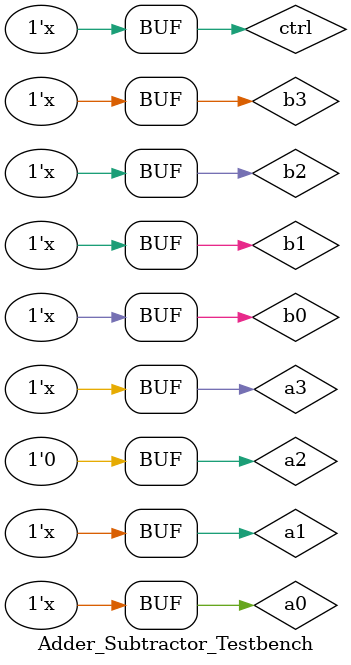
<source format=v>
`timescale 1ns / 1ps


module Adder_Subtractor_Testbench;

	// Inputs
	reg a0;
	reg a1;
	reg a2;
	reg a3;
	reg b0;
	reg b1;
	reg b2;
	reg b3;
	reg ctrl;

	// Outputs
	wire s0;
	wire s1;
	wire s2;
	wire s3;
	wire c;

	// Instantiate the Unit Under Test (UUT)
	Adder_Subtractor uut (
		.a0(a0), 
		.a1(a1), 
		.a2(a2), 
		.a3(a3), 
		.b0(b0), 
		.b1(b1), 
		.b2(b2), 
		.b3(b3), 
		.ctrl(ctrl), 
		.s0(s0), 
		.s1(s1), 
		.s2(s2), 
		.s3(s3), 
		.c(c)
	);

	initial begin
		// Initialize Inputs
		a0 = 0;
		a1 = 0;
		a2 = 0;
		a3 = 0;
		b0 = 0;
		b1 = 0;
		b2 = 0;
		b3 = 0;
		ctrl = 0;

		// Wait 100 ns for global reset to finish
		#10;
	
	end
	always
		begin
				// Add stimulus here
		a0 = ~a0;
		#10;
		end
	always
		begin
		a1 = ~a1;
		#20;
		end
	always
		begin
		a3 = ~a3;
		#25;
		end
	always
		begin
		a3 = ~a3;
		#30;
		end
	always
		begin
		b0 = ~b0;
		#35;
		end
	always
		begin
		b1 = ~b1;
		#40;
		end
	always
		begin
		b2 = ~b2;
		#45;
		end
	always
		begin
		b3 = ~b3;
		#50;
		end
	always
		begin
		ctrl = ~ctrl;
		#5;
		end
endmodule


</source>
